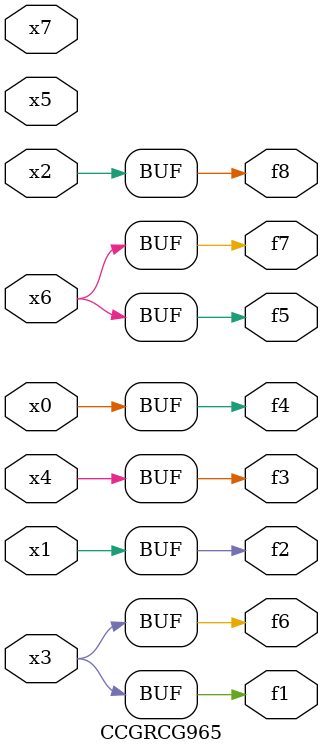
<source format=v>
module CCGRCG965(
	input x0, x1, x2, x3, x4, x5, x6, x7,
	output f1, f2, f3, f4, f5, f6, f7, f8
);
	assign f1 = x3;
	assign f2 = x1;
	assign f3 = x4;
	assign f4 = x0;
	assign f5 = x6;
	assign f6 = x3;
	assign f7 = x6;
	assign f8 = x2;
endmodule

</source>
